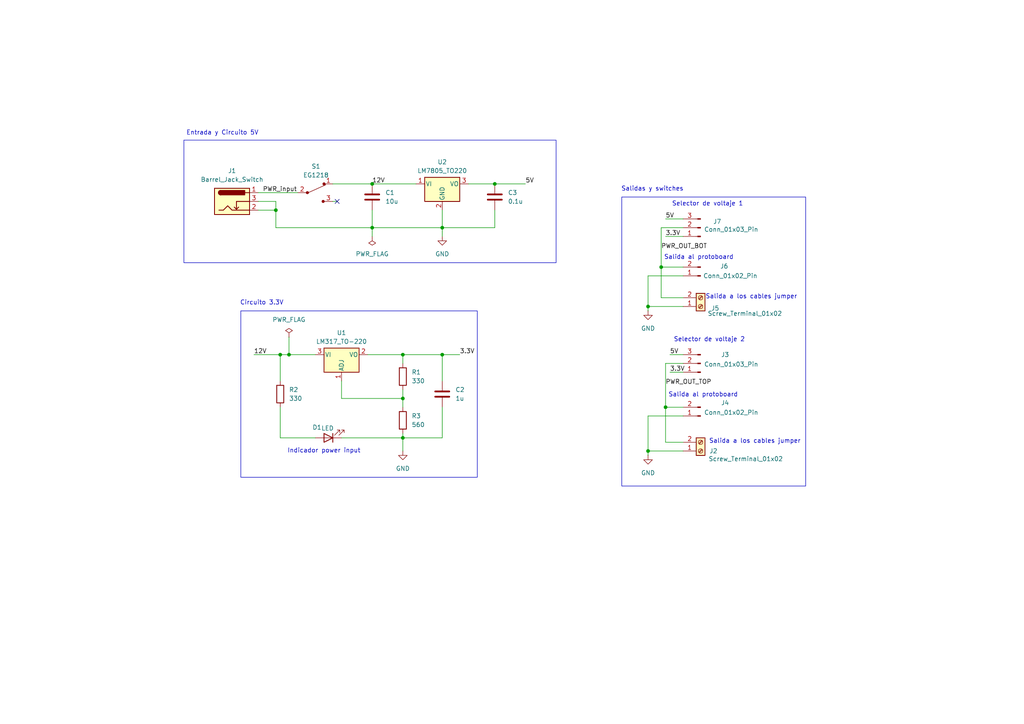
<source format=kicad_sch>
(kicad_sch (version 20231120) (generator "eeschema") (generator_version "8.0")
  (paper "A4")
  (title_block (title "Fuente de Poder para protoboard") (date "2025-02-07") (rev "1") (company "Giancarlo Torlone"))
  (lib_symbols
    (symbol "Connector:Barrel_Jack_Switch" (pin_names hide)
      (property "Reference" "J" (at 0 5.334 0))
      (property "Value" "Barrel_Jack_Switch" (at 0 -5.08 0))
      (symbol "Barrel_Jack_Switch_0_1"
        (rectangle (start -5.08 3.81) (end 5.08 -3.81) (stroke (width 0.254)) (fill (type background)))
        (arc (start -3.302 3.175) (mid -3.9343 2.54) (end -3.302 1.905) (stroke (width 0.254)))
        (arc (start -3.302 3.175) (mid -3.9343 2.54) (end -3.302 1.905) (stroke (width 0.254)) (fill (type outline)))
        (polyline (pts (xy 1.27 -2.286) (xy 1.905 -1.651)) (stroke (width 0.254)))
        (polyline (pts (xy 5.08 2.54) (xy 3.81 2.54)) (stroke (width 0.254)))
        (polyline (pts (xy 5.08 0) (xy 1.27 0) (xy 1.27 -2.286) (xy 0.635 -1.651)) (stroke (width 0.254)))
        (polyline (pts (xy -3.81 -2.54) (xy -2.54 -2.54) (xy -1.27 -1.27) (xy 0 -2.54) (xy 2.54 -2.54) (xy 5.08 -2.54)) (stroke (width 0.254)))
        (rectangle (start 3.683 3.175) (end -3.302 1.905) (stroke (width 0.254)) (fill (type outline)))
      )
      (symbol "Barrel_Jack_Switch_1_1"
        (pin passive line (at 7.62 2.54 180) (length 2.54) (name "~") (number "1"))
        (pin passive line (at 7.62 -2.54 180) (length 2.54) (name "~") (number "2"))
        (pin passive line (at 7.62 0 180) (length 2.54) (name "~") (number "3"))
      )
    )
    (symbol "Connector:Conn_01x02_Pin" (pin_names (offset 1.016) hide)
      (property "Reference" "J" (at 0 2.54 0))
      (property "Value" "Conn_01x02_Pin" (at 0 -5.08 0))
      (symbol "Conn_01x02_Pin_1_1"
        (polyline (pts (xy 1.27 -2.54) (xy 0.8636 -2.54)) (stroke (width 0.1524)))
        (polyline (pts (xy 1.27 0) (xy 0.8636 0)) (stroke (width 0.1524)))
        (rectangle (start 0.8636 -2.413) (end 0 -2.667) (stroke (width 0.1524)) (fill (type outline)))
        (rectangle (start 0.8636 0.127) (end 0 -0.127) (stroke (width 0.1524)) (fill (type outline)))
        (pin passive line (at 5.08 0 180) (length 3.81) (name "Pin_1") (number "1"))
        (pin passive line (at 5.08 -2.54 180) (length 3.81) (name "Pin_2") (number "2"))
      )
    )
    (symbol "Connector:Conn_01x03_Pin" (pin_names (offset 1.016) hide)
      (property "Reference" "J" (at 0 5.08 0))
      (property "Value" "Conn_01x03_Pin" (at 0 -5.08 0))
      (symbol "Conn_01x03_Pin_1_1"
        (polyline (pts (xy 1.27 -2.54) (xy 0.8636 -2.54)) (stroke (width 0.1524)))
        (polyline (pts (xy 1.27 0) (xy 0.8636 0)) (stroke (width 0.1524)))
        (polyline (pts (xy 1.27 2.54) (xy 0.8636 2.54)) (stroke (width 0.1524)))
        (rectangle (start 0.8636 -2.413) (end 0 -2.667) (stroke (width 0.1524)) (fill (type outline)))
        (rectangle (start 0.8636 0.127) (end 0 -0.127) (stroke (width 0.1524)) (fill (type outline)))
        (rectangle (start 0.8636 2.667) (end 0 2.413) (stroke (width 0.1524)) (fill (type outline)))
        (pin passive line (at 5.08 2.54 180) (length 3.81) (name "Pin_1") (number "1"))
        (pin passive line (at 5.08 0 180) (length 3.81) (name "Pin_2") (number "2"))
        (pin passive line (at 5.08 -2.54 180) (length 3.81) (name "Pin_3") (number "3"))
      )
    )
    (symbol "Connector:Screw_Terminal_01x02" (pin_names (offset 1.016) hide)
      (property "Reference" "J" (at 0 2.54 0))
      (property "Value" "Screw_Terminal_01x02" (at 0 -5.08 0))
      (symbol "Screw_Terminal_01x02_1_1"
        (rectangle (start -1.27 1.27) (end 1.27 -3.81) (stroke (width 0.254)) (fill (type background)))
        (circle (center 0 -2.54) (radius 0.635) (stroke (width 0.1524)))
        (polyline (pts (xy -0.5334 -2.2098) (xy 0.3302 -3.048)) (stroke (width 0.1524)))
        (polyline (pts (xy -0.5334 0.3302) (xy 0.3302 -0.508)) (stroke (width 0.1524)))
        (polyline (pts (xy -0.3556 -2.032) (xy 0.508 -2.8702)) (stroke (width 0.1524)))
        (polyline (pts (xy -0.3556 0.508) (xy 0.508 -0.3302)) (stroke (width 0.1524)))
        (circle (center 0 0) (radius 0.635) (stroke (width 0.1524)))
        (pin passive line (at -5.08 0 0) (length 3.81) (name "Pin_1") (number "1"))
        (pin passive line (at -5.08 -2.54 0) (length 3.81) (name "Pin_2") (number "2"))
      )
    )
    (symbol "Device:C" (pin_numbers hide) (pin_names (offset 0.254))
      (property "Reference" "C" (at 0.635 2.54 0))
      (property "Value" "C" (at 0.635 -2.54 0))
      (symbol "C_0_1"
        (polyline (pts (xy -2.032 -0.762) (xy 2.032 -0.762)) (stroke (width 0.508)))
        (polyline (pts (xy -2.032 0.762) (xy 2.032 0.762)) (stroke (width 0.508)))
      )
      (symbol "C_1_1"
        (pin passive line (at 0 3.81 270) (length 2.794) (name "~") (number "1"))
        (pin passive line (at 0 -3.81 90) (length 2.794) (name "~") (number "2"))
      )
    )
    (symbol "Device:LED" (pin_numbers hide) (pin_names (offset 1.016) hide)
      (property "Reference" "D" (at 0 2.54 0))
      (property "Value" "LED" (at 0 -2.54 0))
      (symbol "LED_0_1"
        (polyline (pts (xy -1.27 -1.27) (xy -1.27 1.27)) (stroke (width 0.254)))
        (polyline (pts (xy -1.27 0) (xy 1.27 0)))
        (polyline (pts (xy 1.27 -1.27) (xy 1.27 1.27) (xy -1.27 0) (xy 1.27 -1.27)) (stroke (width 0.254)))
        (polyline (pts (xy -3.048 -0.762) (xy -4.572 -2.286) (xy -3.81 -2.286) (xy -4.572 -2.286) (xy -4.572 -1.524)))
        (polyline (pts (xy -1.778 -0.762) (xy -3.302 -2.286) (xy -2.54 -2.286) (xy -3.302 -2.286) (xy -3.302 -1.524)))
      )
      (symbol "LED_1_1"
        (pin passive line (at -3.81 0 0) (length 2.54) (name "K") (number "1"))
        (pin passive line (at 3.81 0 180) (length 2.54) (name "A") (number "2"))
      )
    )
    (symbol "Device:R" (pin_numbers hide) (pin_names (offset 0))
      (property "Reference" "R" (at 2.032 0 90))
      (property "Value" "R" (at 0 0 90))
      (symbol "R_0_1"
        (rectangle (start -1.016 -2.54) (end 1.016 2.54) (stroke (width 0.254)))
      )
      (symbol "R_1_1"
        (pin passive line (at 0 3.81 270) (length 1.27) (name "~") (number "1"))
        (pin passive line (at 0 -3.81 90) (length 1.27) (name "~") (number "2"))
      )
    )
    (symbol "Regulator_Linear:LM317_TO-220" (pin_names (offset 0.254))
      (property "Reference" "U" (at -3.81 3.175 0))
      (property "Value" "LM317_TO-220" (at 0 3.175 0))
      (symbol "LM317_TO-220_0_1"
        (rectangle (start -5.08 1.905) (end 5.08 -5.08) (stroke (width 0.254)) (fill (type background)))
      )
      (symbol "LM317_TO-220_1_1"
        (pin input line (at 0 -7.62 90) (length 2.54) (name "ADJ") (number "1"))
        (pin power_out line (at 7.62 0 180) (length 2.54) (name "VO") (number "2"))
        (pin power_in line (at -7.62 0 0) (length 2.54) (name "VI") (number "3"))
      )
    )
    (symbol "Regulator_Linear:LM7805_TO220" (pin_names (offset 0.254))
      (property "Reference" "U" (at -3.81 3.175 0))
      (property "Value" "LM7805_TO220" (at 0 3.175 0))
      (symbol "LM7805_TO220_0_1"
        (rectangle (start -5.08 1.905) (end 5.08 -5.08) (stroke (width 0.254)) (fill (type background)))
      )
      (symbol "LM7805_TO220_1_1"
        (pin power_in line (at -7.62 0 0) (length 2.54) (name "VI") (number "1"))
        (pin power_in line (at 0 -7.62 90) (length 2.54) (name "GND") (number "2"))
        (pin power_out line (at 7.62 0 180) (length 2.54) (name "VO") (number "3"))
      )
    )
    (symbol "dk_Slide-Switches:EG1218" (pin_names (offset 0))
      (property "Reference" "S" (at -3.81 2.286 0))
      (property "Value" "EG1218" (at 0 -5.334 0))
      (symbol "EG1218_0_1"
        (circle (center -2.286 0) (radius 0.3556) (fill (type outline)))
        (polyline (pts (xy -2.032 0) (xy 3.048 2.286)))
        (circle (center 2.286 -2.54) (radius 0.3556) (fill (type outline)))
        (circle (center 2.54 2.54) (radius 0.3556) (fill (type outline)))
      )
      (symbol "EG1218_1_1"
        (pin passive line (at 5.08 2.54 180) (length 2.54) (name "~") (number "1"))
        (pin passive line (at -5.08 0 0) (length 2.54) (name "~") (number "2"))
        (pin passive line (at 5.08 -2.54 180) (length 2.54) (name "~") (number "3"))
      )
    )
    (symbol "power:GND" (power) (pin_numbers hide) (pin_names (offset 0) hide)
      (property "Value" "GND" (at 0 -3.81 0))
      (symbol "GND_0_1"
        (polyline (pts (xy 0 0) (xy 0 -1.27) (xy 1.27 -1.27) (xy 0 -2.54) (xy -1.27 -1.27) (xy 0 -1.27)))
      )
      (symbol "GND_1_1"
        (pin power_in line (at 0 0 270) (length 0) (name "~") (number "1"))
      )
    )
    (symbol "power:PWR_FLAG" (power) (pin_numbers hide) (pin_names (offset 0) hide)
      (property "Value" "PWR_FLAG" (at 0 3.81 0))
      (symbol "PWR_FLAG_0_0"
        (pin power_out line (at 0 0 90) (length 0) (name "~") (number "1"))
      )
      (symbol "PWR_FLAG_0_1"
        (polyline (pts (xy 0 0) (xy 0 1.27) (xy -1.016 1.905) (xy 0 2.54) (xy 1.016 1.905) (xy 0 1.27)))
      )
    )
  )
  (junction (at 187.96 130.81))
  (junction (at 107.95 66.04))
  (junction (at 191.77 77.47))
  (junction (at 128.27 66.04))
  (junction (at 116.84 115.57))
  (junction (at 83.82 102.87))
  (junction (at 107.95 53.34))
  (junction (at 187.96 88.9))
  (junction (at 80.01 60.96))
  (junction (at 143.51 53.34))
  (junction (at 81.28 102.87))
  (junction (at 128.27 102.87))
  (junction (at 116.84 127))
  (junction (at 193.04 118.11))
  (junction (at 116.84 102.87))
  (no_connect (at 97.79 58.42))
  (wire (pts (xy 198.12 88.9) (xy 187.96 88.9)))
  (wire (pts (xy 128.27 127) (xy 116.84 127)))
  (wire (pts (xy 107.95 66.04) (xy 128.27 66.04)))
  (wire (pts (xy 198.12 130.81) (xy 187.96 130.81)))
  (wire (pts (xy 74.93 55.88) (xy 86.36 55.88)))
  (wire (pts (xy 81.28 127) (xy 91.44 127)))
  (wire (pts (xy 128.27 60.96) (xy 128.27 66.04)))
  (wire (pts (xy 107.95 53.34) (xy 120.65 53.34)))
  (wire (pts (xy 80.01 58.42) (xy 80.01 60.96)))
  (wire (pts (xy 128.27 102.87) (xy 133.35 102.87)))
  (wire (pts (xy 193.04 68.58) (xy 198.12 68.58)))
  (wire (pts (xy 193.04 118.11) (xy 198.12 118.11)))
  (wire (pts (xy 187.96 80.01) (xy 187.96 88.9)))
  (wire (pts (xy 194.31 102.87) (xy 198.12 102.87)))
  (wire (pts (xy 143.51 66.04) (xy 143.51 60.96)))
  (wire (pts (xy 107.95 66.04) (xy 107.95 68.58)))
  (wire (pts (xy 116.84 115.57) (xy 116.84 118.11)))
  (wire (pts (xy 143.51 53.34) (xy 152.4 53.34)))
  (wire (pts (xy 99.06 115.57) (xy 116.84 115.57)))
  (wire (pts (xy 97.79 58.42) (xy 96.52 58.42)))
  (wire (pts (xy 187.96 88.9) (xy 187.96 90.17)))
  (wire (pts (xy 193.04 128.27) (xy 198.12 128.27)))
  (wire (pts (xy 81.28 118.11) (xy 81.28 127)))
  (wire (pts (xy 80.01 60.96) (xy 80.01 66.04)))
  (wire (pts (xy 198.12 66.04) (xy 191.77 66.04)))
  (wire (pts (xy 116.84 113.03) (xy 116.84 115.57)))
  (wire (pts (xy 194.31 107.95) (xy 198.12 107.95)))
  (wire (pts (xy 107.95 60.96) (xy 107.95 66.04)))
  (wire (pts (xy 198.12 120.65) (xy 187.96 120.65)))
  (wire (pts (xy 187.96 130.81) (xy 187.96 132.08)))
  (wire (pts (xy 73.66 102.87) (xy 81.28 102.87)))
  (wire (pts (xy 99.06 110.49) (xy 99.06 115.57)))
  (wire (pts (xy 135.89 53.34) (xy 143.51 53.34)))
  (wire (pts (xy 81.28 102.87) (xy 81.28 110.49)))
  (wire (pts (xy 191.77 66.04) (xy 191.77 77.47)))
  (wire (pts (xy 187.96 120.65) (xy 187.96 130.81)))
  (wire (pts (xy 116.84 102.87) (xy 128.27 102.87)))
  (wire (pts (xy 193.04 105.41) (xy 193.04 118.11)))
  (wire (pts (xy 96.52 53.34) (xy 107.95 53.34)))
  (wire (pts (xy 193.04 128.27) (xy 193.04 118.11)))
  (wire (pts (xy 116.84 127) (xy 116.84 130.81)))
  (wire (pts (xy 198.12 80.01) (xy 187.96 80.01)))
  (wire (pts (xy 74.93 60.96) (xy 80.01 60.96)))
  (wire (pts (xy 116.84 125.73) (xy 116.84 127)))
  (wire (pts (xy 116.84 105.41) (xy 116.84 102.87)))
  (wire (pts (xy 81.28 102.87) (xy 83.82 102.87)))
  (wire (pts (xy 128.27 66.04) (xy 143.51 66.04)))
  (wire (pts (xy 83.82 102.87) (xy 91.44 102.87)))
  (wire (pts (xy 106.68 102.87) (xy 116.84 102.87)))
  (wire (pts (xy 128.27 118.11) (xy 128.27 127)))
  (wire (pts (xy 191.77 86.36) (xy 198.12 86.36)))
  (wire (pts (xy 198.12 105.41) (xy 193.04 105.41)))
  (wire (pts (xy 193.04 63.5) (xy 198.12 63.5)))
  (wire (pts (xy 191.77 77.47) (xy 198.12 77.47)))
  (wire (pts (xy 128.27 110.49) (xy 128.27 102.87)))
  (wire (pts (xy 74.93 58.42) (xy 80.01 58.42)))
  (wire (pts (xy 99.06 127) (xy 116.84 127)))
  (wire (pts (xy 83.82 97.79) (xy 83.82 102.87)))
  (wire (pts (xy 128.27 66.04) (xy 128.27 68.58)))
  (wire (pts (xy 80.01 66.04) (xy 107.95 66.04)))
  (wire (pts (xy 191.77 77.47) (xy 191.77 86.36)))
  (rectangle (start 180.34 57.15) (end 233.68 140.97))
  (rectangle (start 69.85 90.17) (end 138.43 138.43))
  (rectangle (start 53.34 40.64) (end 161.29 76.2))
  (text "Selector de voltaje 2" (at 205.74 98.552 0) (effects (font (size 1.27 1.27))))
  (text "Salida a los cables jumper" (at 218.948 128.016 0) (effects (font (size 1.27 1.27))))
  (text "Salidas y switches" (at 189.23 54.864 0) (effects (font (size 1.27 1.27))))
  (text "Indicador power input" (at 93.98 130.81 0) (effects (font (size 1.27 1.27))))
  (text "Selector de voltaje 1" (at 205.232 59.182 0) (effects (font (size 1.27 1.27))))
  (text "Entrada y Circuito 5V" (at 64.516 38.608 0) (effects (font (size 1.27 1.27))))
  (text "Circuito 3.3V" (at 75.946 87.884 0) (effects (font (size 1.27 1.27))))
  (text "Salida al protoboard" (at 203.962 114.554 0) (effects (font (size 1.27 1.27))))
  (text "Salida a los cables jumper" (at 217.932 86.106 0) (effects (font (size 1.27 1.27))))
  (text "Salida al protoboard" (at 202.692 74.676 0) (effects (font (size 1.27 1.27))))
  (label "PWR_OUT_BOT" (at 191.77 72.39 0))
  (label "12V" (at 73.66 102.87 0))
  (label "5V" (at 193.04 63.5 0))
  (label "PWR_OUT_TOP" (at 193.04 111.76 0))
  (label "5V" (at 152.4 53.34 0))
  (label "12V" (at 107.95 53.34 0))
  (label "PWR_input" (at 76.2 55.88 0))
  (label "3.3V" (at 194.31 107.95 0))
  (label "3.3V" (at 133.35 102.87 0))
  (label "5V" (at 194.31 102.87 0))
  (label "3.3V" (at 193.04 68.58 0))
  (symbol (lib_id "Device:C") (at 128.27 114.3 0) (unit 1)
    (property "Reference" "C2" (at 132.08 113.0299 0) (effects (justify left)))
    (property "Value" "1u" (at 132.08 115.5699 0) (effects (justify left)))
    (property "Footprint" "Capacitor_THT:C_Disc_D3.0mm_W1.6mm_P2.50mm" (effects (hide yes)))
    (property "Description" "Unpolarized capacitor" (effects (hide yes)))
  )
  (symbol (lib_id "Connector:Screw_Terminal_01x02") (at 203.2 88.9 0) (mirror x) (unit 1)
    (property "Reference" "J5" (at 206.248 89.408 0) (effects (justify left)))
    (property "Value" "Screw_Terminal_01x02" (at 205.232 90.932 0) (effects (justify left)))
    (property "Footprint" "TerminalBlock:TerminalBlock_bornier-2_P5.08mm" (effects (hide yes)))
    (property "Description" "Generic screw terminal, single row, 01x02, script generated (kicad-library-utils/schlib/autogen/connector/)" (effects (hide yes)))
  )
  (symbol (lib_id "Connector:Conn_01x03_Pin") (at 203.2 66.04 180) (unit 1)
    (property "Reference" "J7" (at 208.026 64.262 0))
    (property "Value" "Conn_01x03_Pin" (at 212.09 66.548 0))
    (property "Footprint" "Connector_PinHeader_2.54mm:PinHeader_1x03_P2.54mm_Vertical" (effects (hide yes)))
    (property "Description" "Generic connector, single row, 01x03, script generated" (effects (hide yes)))
  )
  (symbol (lib_id "power:GND") (at 116.84 130.81 0) (unit 1)
    (property "Reference" "#PWR02" (effects (hide yes)))
    (property "Value" "GND" (at 116.84 135.89 0))
    (property "Description" "Power symbol creates a global label with name \"GND\" , ground" (effects (hide yes)))
  )
  (symbol (lib_id "Device:C") (at 107.95 57.15 0) (unit 1)
    (property "Reference" "C1" (at 111.76 55.8799 0) (effects (justify left)))
    (property "Value" "10u" (at 111.76 58.4199 0) (effects (justify left)))
    (property "Footprint" "Capacitor_THT:C_Disc_D3.0mm_W1.6mm_P2.50mm" (effects (hide yes)))
    (property "Description" "Unpolarized capacitor" (effects (hide yes)))
  )
  (symbol (lib_id "Connector:Conn_01x02_Pin") (at 203.2 120.65 180) (unit 1)
    (property "Reference" "J4" (at 210.312 116.84 0))
    (property "Value" "Conn_01x02_Pin" (at 212.09 119.634 0))
    (property "Footprint" "Connector_PinHeader_2.54mm:PinHeader_1x02_P2.54mm_Vertical" (effects (hide yes)))
    (property "Description" "Generic connector, single row, 01x02, script generated" (effects (hide yes)))
  )
  (symbol (lib_id "Connector:Conn_01x03_Pin") (at 203.2 105.41 180) (unit 1)
    (property "Reference" "J3" (at 210.312 102.87 0))
    (property "Value" "Conn_01x03_Pin" (at 212.09 105.664 0))
    (property "Footprint" "Connector_PinHeader_2.54mm:PinHeader_1x03_P2.54mm_Vertical" (effects (hide yes)))
    (property "Description" "Generic connector, single row, 01x03, script generated" (effects (hide yes)))
  )
  (symbol (lib_id "power:GND") (at 187.96 132.08 0) (unit 1)
    (property "Reference" "#PWR03" (effects (hide yes)))
    (property "Value" "GND" (at 187.96 137.16 0))
    (property "Description" "Power symbol creates a global label with name \"GND\" , ground" (effects (hide yes)))
  )
  (symbol (lib_id "power:PWR_FLAG") (at 107.95 68.58 0) (mirror x) (unit 1)
    (property "Reference" "#FLG01" (effects (hide yes)))
    (property "Value" "PWR_FLAG" (at 107.95 73.66 0))
    (property "Description" "Special symbol for telling ERC where power comes from" (effects (hide yes)))
  )
  (symbol (lib_id "Device:C") (at 143.51 57.15 0) (unit 1)
    (property "Reference" "C3" (at 147.32 55.8799 0) (effects (justify left)))
    (property "Value" "0.1u" (at 147.32 58.4199 0) (effects (justify left)))
    (property "Footprint" "Capacitor_THT:C_Disc_D3.0mm_W1.6mm_P2.50mm" (effects (hide yes)))
    (property "Description" "Unpolarized capacitor" (effects (hide yes)))
  )
  (symbol (lib_id "Connector:Screw_Terminal_01x02") (at 203.2 130.81 0) (mirror x) (unit 1)
    (property "Reference" "J2" (at 205.74 130.8101 0) (effects (justify left)))
    (property "Value" "Screw_Terminal_01x02" (at 205.486 133.096 0) (effects (justify left)))
    (property "Footprint" "TerminalBlock:TerminalBlock_bornier-2_P5.08mm" (effects (hide yes)))
    (property "Description" "Generic screw terminal, single row, 01x02, script generated (kicad-library-utils/schlib/autogen/connector/)" (effects (hide yes)))
  )
  (symbol (lib_id "Device:LED") (at 95.25 127 180) (unit 1)
    (property "Reference" "D1" (at 91.948 123.952 0))
    (property "Value" "LED" (at 94.996 124.206 0))
    (property "Footprint" "LED_THT:LED_D5.0mm" (effects (hide yes)))
    (property "Description" "Light emitting diode" (effects (hide yes)))
  )
  (symbol (lib_id "power:GND") (at 187.96 90.17 0) (unit 1)
    (property "Reference" "#PWR04" (effects (hide yes)))
    (property "Value" "GND" (at 187.96 95.25 0))
    (property "Description" "Power symbol creates a global label with name \"GND\" , ground" (effects (hide yes)))
  )
  (symbol (lib_id "Device:R") (at 81.28 114.3 0) (unit 1)
    (property "Reference" "R2" (at 83.82 113.0299 0) (effects (justify left)))
    (property "Value" "330" (at 83.82 115.5699 0) (effects (justify left)))
    (property "Footprint" "Resistor_THT:R_Axial_DIN0204_L3.6mm_D1.6mm_P7.62mm_Horizontal" (effects (hide yes)))
    (property "Description" "Resistor" (effects (hide yes)))
  )
  (symbol (lib_id "power:GND") (at 128.27 68.58 0) (unit 1)
    (property "Reference" "#PWR01" (effects (hide yes)))
    (property "Value" "GND" (at 128.27 73.66 0))
    (property "Description" "Power symbol creates a global label with name \"GND\" , ground" (effects (hide yes)))
  )
  (symbol (lib_id "Device:R") (at 116.84 109.22 0) (unit 1)
    (property "Reference" "R1" (at 119.38 107.9499 0) (effects (justify left)))
    (property "Value" "330" (at 119.38 110.4899 0) (effects (justify left)))
    (property "Footprint" "Resistor_THT:R_Axial_DIN0204_L3.6mm_D1.6mm_P7.62mm_Horizontal" (effects (hide yes)))
    (property "Description" "Resistor" (effects (hide yes)))
  )
  (symbol (lib_id "Connector:Barrel_Jack_Switch") (at 67.31 58.42 0) (unit 1)
    (property "Reference" "J1" (at 67.31 49.53 0))
    (property "Value" "Barrel_Jack_Switch" (at 67.31 52.07 0))
    (property "Footprint" "Connector_BarrelJack:BarrelJack_Horizontal" (effects (hide yes)))
    (property "Description" "DC Barrel Jack with an internal switch" (effects (hide yes)))
  )
  (symbol (lib_id "dk_Slide-Switches:EG1218") (at 91.44 55.88 0) (unit 1)
    (property "Reference" "S1" (at 91.6432 48.26 0))
    (property "Value" "EG1218" (at 91.6432 50.8 0))
    (property "Footprint" "digikey-footprints:Switch_Slide_11.6x4mm_EG1218" (effects (hide yes)))
    (property "Datasheet" "http://spec_sheets.e-switch.com/specs/P040040.pdf" (effects (hide yes)))
    (property "Description" "SWITCH SLIDE SPDT 200MA 30V" (effects (hide yes)))
    (property "Digi-Key_PN" "EG1903-ND" (effects (hide yes)))
    (property "MPN" "EG1218" (effects (hide yes)))
    (property "Category" "Switches" (effects (hide yes)))
    (property "Family" "Slide Switches" (effects (hide yes)))
    (property "DK_Datasheet_Link" "http://spec_sheets.e-switch.com/specs/P040040.pdf" (effects (hide yes)))
    (property "DK_Detail_Page" "/product-detail/en/e-switch/EG1218/EG1903-ND/101726" (effects (hide yes)))
    (property "Description_1" "SWITCH SLIDE SPDT 200MA 30V" (effects (hide yes)))
    (property "Manufacturer" "E-Switch" (effects (hide yes)))
    (property "Status" "Active" (effects (hide yes)))
  )
  (symbol (lib_id "Connector:Conn_01x02_Pin") (at 203.2 80.01 180) (unit 1)
    (property "Reference" "J6" (at 210.058 77.216 0))
    (property "Value" "Conn_01x02_Pin" (at 211.836 80.01 0))
    (property "Footprint" "Connector_PinHeader_2.54mm:PinHeader_1x02_P2.54mm_Vertical" (effects (hide yes)))
    (property "Description" "Generic connector, single row, 01x02, script generated" (effects (hide yes)))
  )
  (symbol (lib_id "Regulator_Linear:LM7805_TO220") (at 128.27 53.34 0) (unit 1)
    (property "Reference" "U2" (at 128.27 46.99 0))
    (property "Value" "LM7805_TO220" (at 128.27 49.53 0))
    (property "Footprint" "Package_TO_SOT_THT:TO-220-3_Vertical" (effects (hide yes)))
    (property "Datasheet" "https://www.onsemi.cn/PowerSolutions/document/MC7800-D.PDF" (effects (hide yes)))
    (property "Description" "Positive 1A 35V Linear Regulator, Fixed Output 5V, TO-220" (effects (hide yes)))
  )
  (symbol (lib_id "Regulator_Linear:LM317_TO-220") (at 99.06 102.87 0) (unit 1)
    (property "Reference" "U1" (at 99.06 96.52 0))
    (property "Value" "LM317_TO-220" (at 99.06 99.06 0))
    (property "Footprint" "Package_TO_SOT_THT:TO-220-3_Vertical" (effects (hide yes)))
    (property "Datasheet" "http://www.ti.com/lit/ds/symlink/lm317.pdf" (effects (hide yes)))
    (property "Description" "1.5A 35V Adjustable Linear Regulator, TO-220" (effects (hide yes)))
  )
  (symbol (lib_id "Device:R") (at 116.84 121.92 0) (unit 1)
    (property "Reference" "R3" (at 119.38 120.6499 0) (effects (justify left)))
    (property "Value" "560" (at 119.38 123.1899 0) (effects (justify left)))
    (property "Footprint" "Resistor_THT:R_Axial_DIN0204_L3.6mm_D1.6mm_P7.62mm_Horizontal" (effects (hide yes)))
    (property "Description" "Resistor" (effects (hide yes)))
  )
  (symbol (lib_id "power:PWR_FLAG") (at 83.82 97.79 0) (unit 1)
    (property "Reference" "#FLG02" (effects (hide yes)))
    (property "Value" "PWR_FLAG" (at 83.82 92.71 0))
    (property "Description" "Special symbol for telling ERC where power comes from" (effects (hide yes)))
  )
)
</source>
